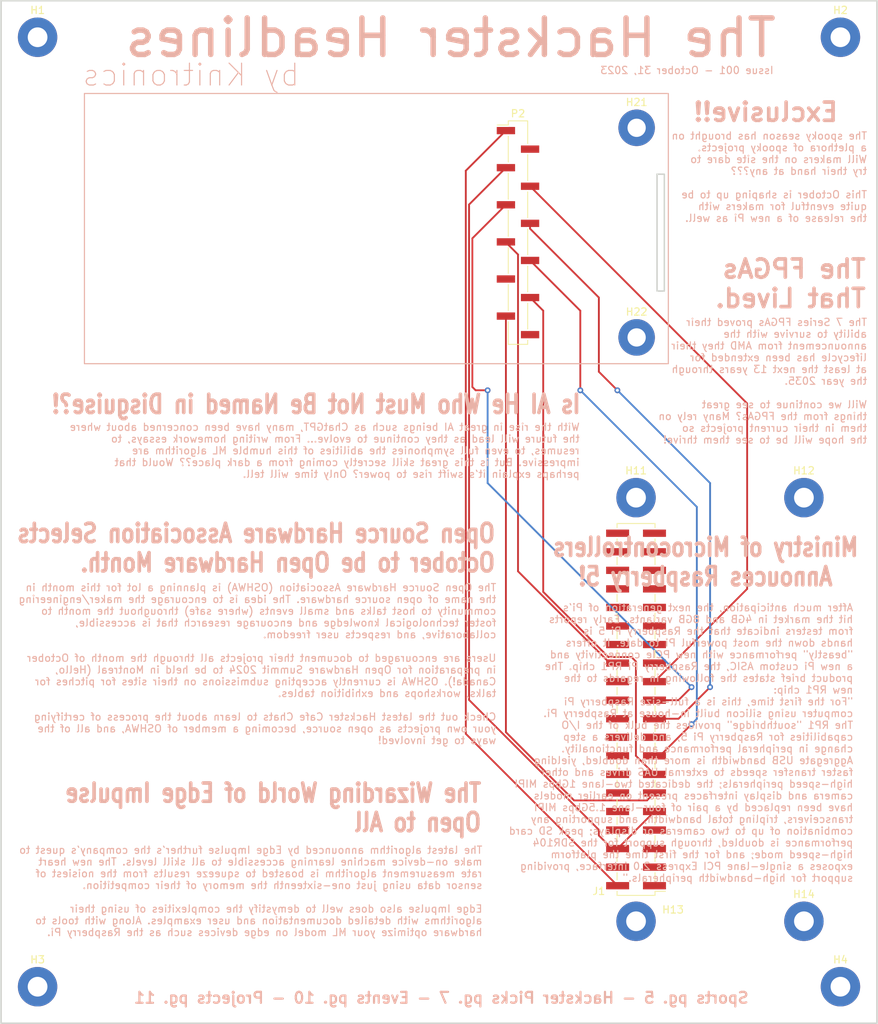
<source format=kicad_pcb>
(kicad_pcb (version 20211014) (generator pcbnew)
  (layers (0 "F.Cu" signal) (31 "B.Cu" signal) (34 "B.Paste" user) (35 "F.Paste" user) (36 "B.SilkS" user "B.Silkscreen") (37 "F.SilkS" user "F.Silkscreen") (38 "B.Mask" user) (39 "F.Mask" user) (44 "Edge.Cuts" user))
  (net 0 "")
  (net 2 "+5V")
  (net 6 "GND")
  (net 9 "BUSY")
  (net 11 "RESET")
  (net 13 "D{slash}C")
  (net 14 "MOSI")
  (net 15 "MISO")
  (net 19 "SCLK")
  (net 20 "EKCS")
  (footprint "MountingHole:MountingHole_2.7mm_M2.5_Pad" (layer "F.Cu") (at 139.78 43.1)
    (fp_text reference "H2" (at 0 -3.7) (layer "F.SilkS"))
    (fp_text value "MountingHole")
    (pad "1" thru_hole circle (at 0 0) (size 5.4 5.4) (drill 2.7) (layers *.Cu *.Mask))
  )
  (footprint "MountingHole:MountingHole_2.7mm_M2.5_Pad" (layer "F.Cu") (at 139.78 173.1)
    (fp_text reference "H4" (at 0 -3.7) (layer "F.SilkS"))
    (fp_text value "MountingHole")
    (pad "1" thru_hole circle (at 0 0) (size 5.4 5.4) (drill 2.7) (layers *.Cu *.Mask))
  )
  (footprint "MountingHole:MountingHole_2.7mm_M2.5_Pad" (layer "F.Cu") (at 29.78 43.1)
    (fp_text reference "H1" (at 0 -3.7) (layer "F.SilkS"))
    (fp_text value "MountingHole")
    (pad "1" thru_hole circle (at 0 0) (size 5.4 5.4) (drill 2.7) (layers *.Cu *.Mask))
  )
  (footprint "MountingHole:MountingHole_2.7mm_M2.5_Pad" (layer "F.Cu") (at 111.775 106.14)
    (fp_text reference "H11" (at 0 -3.7) (layer "F.SilkS"))
    (fp_text value "MountingHole")
    (pad "1" thru_hole circle (at 0 0) (size 5.4 5.4) (drill 2.7) (layers *.Cu *.Mask))
  )
  (footprint "MountingHole:MountingHole_2.5mm_Pad" (layer "F.Cu") (at 111.856 84.201)
    (fp_text reference "H22" (at 0 -3.5) (layer "F.SilkS"))
    (fp_text value "MountingHole")
    (pad "1" thru_hole circle (at 0 0) (size 5 5) (drill 2.5) (layers *.Cu *.Mask))
  )
  (footprint "Connector_PinHeader_2.54mm:PinHeader_2x20_P2.54mm_Vertical_SMD" (layer "F.Cu") (at 111.775 135.14 180)
    (fp_text reference "J1" (at 5.095 -24.88) (layer "F.SilkS"))
    (fp_text value "Raspberry_Pi_2_3")
    (fp_line (start -2.6 14.73) (end -2.6 15.75) (layer "F.SilkS") (width 0.12))
    (fp_line (start -2.6 2.03) (end -2.6 3.05) (layer "F.SilkS") (width 0.12))
    (fp_line (start -4.04 -24.89) (end -2.6 -24.89) (layer "F.SilkS") (width 0.12))
    (fp_line (start -2.6 -8.13) (end -2.6 -7.11) (layer "F.SilkS") (width 0.12))
    (fp_line (start 2.6 -3.05) (end 2.6 -2.03) (layer "F.SilkS") (width 0.12))
    (fp_line (start -2.6 9.65) (end -2.6 10.67) (layer "F.SilkS") (width 0.12))
    (fp_line (start 2.6 4.57) (end 2.6 5.59) (layer "F.SilkS") (width 0.12))
    (fp_line (start 2.6 17.27) (end 2.6 18.29) (layer "F.SilkS") (width 0.12))
    (fp_line (start 2.6 -8.13) (end 2.6 -7.11) (layer "F.SilkS") (width 0.12))
    (fp_line (start 2.6 -5.59) (end 2.6 -4.57) (layer "F.SilkS") (width 0.12))
    (fp_line (start -2.6 22.35) (end -2.6 23.37) (layer "F.SilkS") (width 0.12))
    (fp_line (start -2.6 -10.67) (end -2.6 -9.65) (layer "F.SilkS") (width 0.12))
    (fp_line (start -2.6 25.46) (end 2.6 25.46) (layer "F.SilkS") (width 0.12))
    (fp_line (start 2.6 -18.29) (end 2.6 -17.27) (layer "F.SilkS") (width 0.12))
    (fp_line (start 2.6 12.19) (end 2.6 13.21) (layer "F.SilkS") (width 0.12))
    (fp_line (start 2.6 -20.83) (end 2.6 -19.81) (layer "F.SilkS") (width 0.12))
    (fp_line (start -2.6 -3.05) (end -2.6 -2.03) (layer "F.SilkS") (width 0.12))
    (fp_line (start -2.6 17.27) (end -2.6 18.29) (layer "F.SilkS") (width 0.12))
    (fp_line (start 2.6 14.73) (end 2.6 15.75) (layer "F.SilkS") (width 0.12))
    (fp_line (start 2.6 -10.67) (end 2.6 -9.65) (layer "F.SilkS") (width 0.12))
    (fp_line (start 2.6 24.89) (end 2.6 25.46) (layer "F.SilkS") (width 0.12))
    (fp_line (start -2.6 4.57) (end -2.6 5.59) (layer "F.SilkS") (width 0.12))
    (fp_line (start 2.6 9.65) (end 2.6 10.67) (layer "F.SilkS") (width 0.12))
    (fp_line (start -2.6 12.19) (end -2.6 13.21) (layer "F.SilkS") (width 0.12))
    (fp_line (start -2.6 -15.75) (end -2.6 -14.73) (layer "F.SilkS") (width 0.12))
    (fp_line (start -2.6 -25.46) (end 2.6 -25.46) (layer "F.SilkS") (width 0.12))
    (fp_line (start -2.6 7.11) (end -2.6 8.13) (layer "F.SilkS") (width 0.12))
    (fp_line (start 2.6 -0.51) (end 2.6 0.51) (layer "F.SilkS") (width 0.12))
    (fp_line (start 2.6 -15.75) (end 2.6 -14.73) (layer "F.SilkS") (width 0.12))
    (fp_line (start -2.6 19.81) (end -2.6 20.83) (layer "F.SilkS") (width 0.12))
    (fp_line (start 2.6 -23.37) (end 2.6 -22.35) (layer "F.SilkS") (width 0.12))
    (fp_line (start 2.6 -25.46) (end 2.6 -24.89) (layer "F.SilkS") (width 0.12))
    (fp_line (start -2.6 -25.46) (end -2.6 -24.89) (layer "F.SilkS") (width 0.12))
    (fp_line (start 2.6 2.03) (end 2.6 3.05) (layer "F.SilkS") (width 0.12))
    (fp_line (start -2.6 24.89) (end -2.6 25.46) (layer "F.SilkS") (width 0.12))
    (fp_line (start -2.6 -13.21) (end -2.6 -12.19) (layer "F.SilkS") (width 0.12))
    (fp_line (start -2.6 -23.37) (end -2.6 -22.35) (layer "F.SilkS") (width 0.12))
    (fp_line (start 2.6 22.35) (end 2.6 23.37) (layer "F.SilkS") (width 0.12))
    (fp_line (start -2.6 -20.83) (end -2.6 -19.81) (layer "F.SilkS") (width 0.12))
    (fp_line (start -2.6 -5.59) (end -2.6 -4.57) (layer "F.SilkS") (width 0.12))
    (fp_line (start 2.6 7.11) (end 2.6 8.13) (layer "F.SilkS") (width 0.12))
    (fp_line (start -2.6 -0.51) (end -2.6 0.51) (layer "F.SilkS") (width 0.12))
    (fp_line (start 2.6 19.81) (end 2.6 20.83) (layer "F.SilkS") (width 0.12))
    (fp_line (start 2.6 -13.21) (end 2.6 -12.19) (layer "F.SilkS") (width 0.12))
    (fp_line (start -2.6 -18.29) (end -2.6 -17.27) (layer "F.SilkS") (width 0.12))
    (pad "1" smd rect (at -2.525 -24.13 180) (size 3.15 1) (layers "F.Cu" "F.Paste" "F.Mask"))
    (pad "2" smd rect (at 2.525 -24.13 180) (size 3.15 1) (layers "F.Cu" "F.Paste" "F.Mask") (net 2 "+5V"))
    (pad "3" smd rect (at -2.525 -21.59 180) (size 3.15 1) (layers "F.Cu" "F.Paste" "F.Mask"))
    (pad "4" smd rect (at 2.525 -21.59 180) (size 3.15 1) (layers "F.Cu" "F.Paste" "F.Mask"))
    (pad "5" smd rect (at -2.525 -19.05 180) (size 3.15 1) (layers "F.Cu" "F.Paste" "F.Mask"))
    (pad "6" smd rect (at 2.525 -19.05 180) (size 3.15 1) (layers "F.Cu" "F.Paste" "F.Mask") (net 6 "GND"))
    (pad "7" smd rect (at -2.525 -16.51 180) (size 3.15 1) (layers "F.Cu" "F.Paste" "F.Mask"))
    (pad "8" smd rect (at 2.525 -16.51 180) (size 3.15 1) (layers "F.Cu" "F.Paste" "F.Mask"))
    (pad "9" smd rect (at -2.525 -13.97 180) (size 3.15 1) (layers "F.Cu" "F.Paste" "F.Mask") (net 6 "GND"))
    (pad "10" smd rect (at 2.525 -13.97 180) (size 3.15 1) (layers "F.Cu" "F.Paste" "F.Mask"))
    (pad "11" smd rect (at -2.525 -11.43 180) (size 3.15 1) (layers "F.Cu" "F.Paste" "F.Mask") (net 9 "BUSY"))
    (pad "12" smd rect (at 2.525 -11.43 180) (size 3.15 1) (layers "F.Cu" "F.Paste" "F.Mask"))
    (pad "13" smd rect (at -2.525 -8.89 180) (size 3.15 1) (layers "F.Cu" "F.Paste" "F.Mask") (net 11 "RESET"))
    (pad "14" smd rect (at 2.525 -8.89 180) (size 3.15 1) (layers "F.Cu" "F.Paste" "F.Mask"))
    (pad "15" smd rect (at -2.525 -6.35 180) (size 3.15 1) (layers "F.Cu" "F.Paste" "F.Mask") (net 13 "D{slash}C"))
    (pad "16" smd rect (at 2.525 -6.35 180) (size 3.15 1) (layers "F.Cu" "F.Paste" "F.Mask"))
    (pad "17" smd rect (at -2.525 -3.81 180) (size 3.15 1) (layers "F.Cu" "F.Paste" "F.Mask"))
    (pad "18" smd rect (at 2.525 -3.81 180) (size 3.15 1) (layers "F.Cu" "F.Paste" "F.Mask"))
    (pad "19" smd rect (at -2.525 -1.27 180) (size 3.15 1) (layers "F.Cu" "F.Paste" "F.Mask") (net 14 "MOSI"))
    (pad "20" smd rect (at 2.525 -1.27 180) (size 3.15 1) (layers "F.Cu" "F.Paste" "F.Mask"))
    (pad "21" smd rect (at -2.525 1.27 180) (size 3.15 1) (layers "F.Cu" "F.Paste" "F.Mask") (net 15 "MISO"))
    (pad "22" smd rect (at 2.525 1.27 180) (size 3.15 1) (layers "F.Cu" "F.Paste" "F.Mask"))
    (pad "23" smd rect (at -2.525 3.81 180) (size 3.15 1) (layers "F.Cu" "F.Paste" "F.Mask") (net 19 "SCLK"))
    (pad "24" smd rect (at 2.525 3.81 180) (size 3.15 1) (layers "F.Cu" "F.Paste" "F.Mask"))
    (pad "25" smd rect (at -2.525 6.35 180) (size 3.15 1) (layers "F.Cu" "F.Paste" "F.Mask"))
    (pad "26" smd rect (at 2.525 6.35 180) (size 3.15 1) (layers "F.Cu" "F.Paste" "F.Mask") (net 20 "EKCS"))
    (pad "27" smd rect (at -2.525 8.89 180) (size 3.15 1) (layers "F.Cu" "F.Paste" "F.Mask"))
    (pad "28" smd rect (at 2.525 8.89 180) (size 3.15 1) (layers "F.Cu" "F.Paste" "F.Mask"))
    (pad "29" smd rect (at -2.525 11.43 180) (size 3.15 1) (layers "F.Cu" "F.Paste" "F.Mask"))
    (pad "30" smd rect (at 2.525 11.43 180) (size 3.15 1) (layers "F.Cu" "F.Paste" "F.Mask"))
    (pad "31" smd rect (at -2.525 13.97 180) (size 3.15 1) (layers "F.Cu" "F.Paste" "F.Mask"))
    (pad "32" smd rect (at 2.525 13.97 180) (size 3.15 1) (layers "F.Cu" "F.Paste" "F.Mask"))
    (pad "33" smd rect (at -2.525 16.51 180) (size 3.15 1) (layers "F.Cu" "F.Paste" "F.Mask"))
    (pad "34" smd rect (at 2.525 16.51 180) (size 3.15 1) (layers "F.Cu" "F.Paste" "F.Mask"))
    (pad "35" smd rect (at -2.525 19.05 180) (size 3.15 1) (layers "F.Cu" "F.Paste" "F.Mask"))
    (pad "36" smd rect (at 2.525 19.05 180) (size 3.15 1) (layers "F.Cu" "F.Paste" "F.Mask"))
    (pad "37" smd rect (at -2.525 21.59 180) (size 3.15 1) (layers "F.Cu" "F.Paste" "F.Mask"))
    (pad "38" smd rect (at 2.525 21.59 180) (size 3.15 1) (layers "F.Cu" "F.Paste" "F.Mask"))
    (pad "39" smd rect (at -2.525 24.13 180) (size 3.15 1) (layers "F.Cu" "F.Paste" "F.Mask"))
    (pad "40" smd rect (at 2.525 24.13 180) (size 3.15 1) (layers "F.Cu" "F.Paste" "F.Mask"))
  )
  (footprint "MountingHole:MountingHole_2.7mm_M2.5_Pad" (layer "F.Cu") (at 111.775 164.14)
    (fp_text reference "H13" (at 5.065 -1.58) (layer "F.SilkS"))
    (fp_text value "MountingHole")
    (pad "1" thru_hole circle (at 0 0) (size 5.4 5.4) (drill 2.7) (layers *.Cu *.Mask))
  )
  (footprint "MountingHole:MountingHole_2.7mm_M2.5_Pad" (layer "F.Cu") (at 134.775 164.14)
    (fp_text reference "H14" (at 0 -3.7) (layer "F.SilkS"))
    (fp_text value "MountingHole")
    (pad "1" thru_hole circle (at 0 0) (size 5.4 5.4) (drill 2.7) (layers *.Cu *.Mask))
  )
  (footprint "MountingHole:MountingHole_2.5mm_Pad" (layer "F.Cu") (at 111.856 55.499)
    (fp_text reference "H21" (at 0 -3.5) (layer "F.SilkS"))
    (fp_text value "MountingHole")
    (pad "1" thru_hole circle (at 0 0) (size 5 5) (drill 2.5) (layers *.Cu *.Mask))
  )
  (footprint "Connector_PinHeader_2.54mm:PinHeader_1x12_P2.54mm_Vertical_SMD_Pin1Left" (layer "F.Cu") (at 95.6 69.85)
    (fp_text reference "P2" (at 0 -16.3) (layer "F.SilkS"))
    (fp_text value "Conn_01x12_Male")
    (fp_line (start -1.33 12.19) (end -1.33 15.3) (layer "F.SilkS") (width 0.12))
    (fp_line (start -1.33 -15.3) (end -1.33 -14.73) (layer "F.SilkS") (width 0.12))
    (fp_line (start -1.33 -8.13) (end -1.33 -4.57) (layer "F.SilkS") (width 0.12))
    (fp_line (start -1.33 -3.05) (end -1.33 0.51) (layer "F.SilkS") (width 0.12))
    (fp_line (start -1.33 -14.73) (end -2.85 -14.73) (layer "F.SilkS") (width 0.12))
    (fp_line (start 1.33 9.65) (end 1.33 13.21) (layer "F.SilkS") (width 0.12))
    (fp_line (start -1.33 2.03) (end -1.33 5.59) (layer "F.SilkS") (width 0.12))
    (fp_line (start 1.33 -0.51) (end 1.33 3.05) (layer "F.SilkS") (width 0.12))
    (fp_line (start -1.33 15.3) (end 1.33 15.3) (layer "F.SilkS") (width 0.12))
    (fp_line (start -1.33 -15.3) (end 1.33 -15.3) (layer "F.SilkS") (width 0.12))
    (fp_line (start 1.33 -10.67) (end 1.33 -7.11) (layer "F.SilkS") (width 0.12))
    (fp_line (start 1.33 4.57) (end 1.33 8.13) (layer "F.SilkS") (width 0.12))
    (fp_line (start 1.33 -5.59) (end 1.33 -2.03) (layer "F.SilkS") (width 0.12))
    (fp_line (start -1.33 -13.21) (end -1.33 -9.65) (layer "F.SilkS") (width 0.12))
    (fp_line (start -1.33 7.11) (end -1.33 10.67) (layer "F.SilkS") (width 0.12))
    (fp_line (start 1.33 14.73) (end 1.33 15.3) (layer "F.SilkS") (width 0.12))
    (fp_line (start 1.33 -15.3) (end 1.33 -12.19) (layer "F.SilkS") (width 0.12))
    (pad "1" smd rect (at -1.655 -13.97) (size 2.51 1) (layers "F.Cu" "F.Paste" "F.Mask") (net 2 "+5V"))
    (pad "2" smd rect (at 1.655 -11.43) (size 2.51 1) (layers "F.Cu" "F.Paste" "F.Mask"))
    (pad "3" smd rect (at -1.655 -8.89) (size 2.51 1) (layers "F.Cu" "F.Paste" "F.Mask") (net 6 "GND"))
    (pad "4" smd rect (at 1.655 -6.35) (size 2.51 1) (layers "F.Cu" "F.Paste" "F.Mask") (net 19 "SCLK"))
    (pad "5" smd rect (at -1.655 -3.81) (size 2.51 1) (layers "F.Cu" "F.Paste" "F.Mask") (net 15 "MISO"))
    (pad "6" smd rect (at 1.655 -1.27) (size 2.51 1) (layers "F.Cu" "F.Paste" "F.Mask") (net 14 "MOSI"))
    (pad "7" smd rect (at -1.655 1.27) (size 2.51 1) (layers "F.Cu" "F.Paste" "F.Mask") (net 20 "EKCS"))
    (pad "8" smd rect (at 1.655 3.81) (size 2.51 1) (layers "F.Cu" "F.Paste" "F.Mask") (net 13 "D{slash}C"))
    (pad "9" smd rect (at -1.655 6.35) (size 2.51 1) (layers "F.Cu" "F.Paste" "F.Mask"))
    (pad "10" smd rect (at 1.655 8.89) (size 2.51 1) (layers "F.Cu" "F.Paste" "F.Mask") (net 11 "RESET"))
    (pad "11" smd rect (at -1.655 11.43) (size 2.51 1) (layers "F.Cu" "F.Paste" "F.Mask") (net 9 "BUSY"))
    (pad "12" smd rect (at 1.655 13.97) (size 2.51 1) (layers "F.Cu" "F.Paste" "F.Mask"))
  )
  (footprint "MountingHole:MountingHole_2.7mm_M2.5_Pad" (layer "F.Cu") (at 134.775 106.14)
    (fp_text reference "H12" (at 0 -3.7) (layer "F.SilkS"))
    (fp_text value "MountingHole")
    (pad "1" thru_hole circle (at 0 0) (size 5.4 5.4) (drill 2.7) (layers *.Cu *.Mask))
  )
  (footprint "MountingHole:MountingHole_2.7mm_M2.5_Pad" (layer "F.Cu") (at 29.78 173.1)
    (fp_text reference "H3" (at 0 -3.7) (layer "F.SilkS"))
    (fp_text value "MountingHole")
    (pad "1" thru_hole circle (at 0 0) (size 5.4 5.4) (drill 2.7) (layers *.Cu *.Mask))
  )
  (gr_rect (start 36.2 50.8) (end 116.2 87.8) (layer "B.SilkS") (width 0.15) (fill none))
  (gr_rect (start 114.65 61.85) (end 115.65 77.85) (layer "Edge.Cuts") (width 0.2) (fill none))
  (gr_rect (start 24.78 38.1) (end 144.78 178.1) (layer "Edge.Cuts") (width 0.2) (fill none))
  (gr_text "The latest algorithm announced by Edge Impulse further's the company's quest to \nmake on-device machine learning accessible to all skill levels. The new heart \nrate measurement algorithm is boasted to squeeze results from the noisiest of \nsensor data using just one-sixteenth the memory of their competition. \n\nEdge Impulse also does well to demystify the complexities of using their \nalgorithms with detailed documentation and user examples. Along with tools to \nhardware optimize your ML model on edge devices such as the Raspberry Pi. " (at 90.805 160.02) (layer "B.SilkS") (effects (font (size 1 1)) (justify left mirror)))
  (gr_text "Open Source Hardware Association Selects \nOctober to be Open Hardware Month." (at 92.71 113.03) (layer "B.SilkS") (effects (font (size 2.5 2) (thickness 0.5)) (justify left mirror)))
  (gr_text "Sports pg. 5 - Hackster Picks pg. 7 - Events pg. 10 - Projects pg. 11" (at 85.09 174.625) (layer "B.SilkS") (effects (font (size 1.5 1.5) (thickness 0.3)) (justify mirror)))
  (gr_text "After much anticipation, the next generation of Pi's \nhit the market in 4GB and 8GB variants. Early reports \nfrom testers indicate that the Raspberry Pi 5 is \nhands down the most powerful Pi to date. It offers \n{dblquote}beastly{dblquote} performance with new PCIe connectivity and \na new Pi custom ASIC, the Raspberry Pi RP1 chip. The \nproduct brief states the following in regards to the \nnew RP1 chip:\n{dblquote}For the first time, this is a full-size Raspberry Pi \ncomputer using silicon built in-house at Raspberry Pi. \nThe RP1 {dblquote}southbridge{dblquote} provides the bulk of the I/O \ncapabilities for Raspberry Pi 5, and delivers a step \nchange in peripheral performance and functionality. \nAggregate USB bandwidth is more than doubled, yielding \nfaster transfer speeds to external UAS drives and other \nhigh-speed peripherals; the dedicated two-lane 1Gbps MIPI \ncamera and display interfaces present on earlier models \nhave been replaced by a pair of four-lane 1.5Gbps MIPI \ntransceivers, tripling total bandwidth, and supporting any \ncombination of up to two cameras or displays; peak SD card \nperformance is doubled, through support for the SDR104 \nhigh-speed mode; and for the first time the platform \nexposes a single-lane PCI Express 2.0 interface, providing \nsupport for high-bandwidth peripherals.{dblquote}" (at 141.605 139.7) (layer "B.SilkS") (effects (font (size 1 1)) (justify left mirror)))
  (gr_text "The Wizarding World of Edge Impulse \nOpen to All" (at 90.805 148.59) (layer "B.SilkS") (effects (font (size 2.5 2) (thickness 0.5)) (justify left mirror)))
  (gr_text "The FPGAs \nThat Lived." (at 143.51 76.835) (layer "B.SilkS") (effects (font (size 2.5 2.5) (thickness 0.5)) (justify left mirror)))
  (gr_text "Is AI He Who Must Not Be Named in Disguise?!" (at 67.945 93.345) (layer "B.SilkS") (effects (font (size 2.5 2) (thickness 0.5)) (justify mirror)))
  (gr_text "Issue 001 - October 31, 2023" (at 118.745 47.625) (layer "B.SilkS") (effects (font (size 1 1)) (justify mirror)))
  (gr_text "by Knitronics" (at 50.8 48.26) (layer "B.SilkS") (effects (font (size 3 3)) (justify mirror)))
  (gr_text "Ministry of Microcontrollers\nAnnouces Raspberry 5!" (at 121.285 114.935) (layer "B.SilkS") (effects (font (size 2.5 2) (thickness 0.5)) (justify mirror)))
  (gr_text "With the rise in great AI beings such as ChatGPT, many have been concerned about where \nthe future will lead as they continue to evolve... From writing homework essays, to \nresumes, to even full symphonies the abilities of this humble ML algorithm are \nimpressive. But is this great skill secretly coming from a dark place?? Would that \nperhaps explain it's swift rise to power? Only time will tell." (at 104.14 99.695) (layer "B.SilkS") (effects (font (size 1 1)) (justify left mirror)))
  (gr_text "Exclusive!!" (at 129.54 53.34) (layer "B.SilkS") (effects (font (size 2.5 2.5) (thickness 0.5)) (justify mirror)))
  (gr_text "The 7 Series FPGAs proved their \nability to survive with the \nannouncement from AMD they their \nlifecycle has been extended for \nat least the next 13 years through \nthe year 2035.  \n\nWill we continue to see great \nthings from the FPGAs? Many rely on \nthem in their current projects so \nthe hope will be to see them thrive!" (at 143.51 90.17) (layer "B.SilkS") (effects (font (size 1 1)) (justify left mirror)))
  (gr_text "The Hackster Headlines" (at 86.36 43.18) (layer "B.SilkS") (effects (font (size 5 5) (thickness 0.75)) (justify mirror)))
  (gr_text "The Open Source Hardware Association (OSHWA) is planning a lot for this month in \nthe name of open source hardware. The idea is to encourage the maker/engineering \ncommunity to host talks and small events (where safe) throughout the month to \nfoster technological knowledge and encourage research that is accessible, \ncollaborative, and respects user freedom.\n\nUsers are encouraged to document their projects all through the month of October \nin preparation for Open Hardware Summit 2024 to be held in Montreal (Hello, \nCanada!). OSHWA is currently accepting submissions on their sites for pitches for \ntalks, workshops and exhibition tables.\n\nCheck out the latest Hackster Cafe Chats to learn about the process of certifying \nyour own projects as open source, becoming a member of OSHWA, and all of the \nways to get involved!" (at 92.71 128.905) (layer "B.SilkS") (effects (font (size 1 1)) (justify left mirror)))
  (gr_text "The spooky season has brought on \na plethora of spooky projects. \nWill makers on the site dare to \ntry their hand at any??? \n\nThis October is shaping up to be \nquite eventful for makers with \nthe release of a new Pi as well." (at 143.51 62.23) (layer "B.SilkS") (effects (font (size 1 1)) (justify left mirror)))
  (segment (start 93.945 55.88) (end 88.45 61.375) (width 0.25) (layer "F.Cu") (net 2))
  (segment (start 88.45 138.47) (end 109.25 159.27) (width 0.25) (layer "F.Cu") (net 2))
  (segment (start 88.45 61.375) (end 88.45 138.47) (width 0.25) (layer "F.Cu") (net 2))
  (segment (start 93.945 60.96) (end 88.9 66.005) (width 0.25) (layer "F.Cu") (net 6))
  (segment (start 106.68 152.4) (end 108.47 154.19) (width 0.25) (layer "F.Cu") (net 6))
  (segment (start 108.47 154.19) (end 109.25 154.19) (width 0.25) (layer "F.Cu") (net 6))
  (segment (start 106.68 151.62) (end 106.68 152.4) (width 0.25) (layer "F.Cu") (net 6))
  (segment (start 88.9 133.84) (end 106.68 151.62) (width 0.25) (layer "F.Cu") (net 6))
  (segment (start 111.76 151.65) (end 114.3 149.11) (width 0.25) (layer "F.Cu") (net 6))
  (segment (start 109.25 154.19) (end 111.76 151.68) (width 0.25) (layer "F.Cu") (net 6))
  (segment (start 88.9 66.005) (end 88.9 133.84) (width 0.25) (layer "F.Cu") (net 6))
  (segment (start 111.76 151.68) (end 111.76 151.65) (width 0.25) (layer "F.Cu") (net 6))
  (segment (start 113.275 147.595) (end 114.3 146.57) (width 0.25) (layer "F.Cu") (net 9))
  (segment (start 93.945 138.248604) (end 103.291396 147.595) (width 0.25) (layer "F.Cu") (net 9))
  (segment (start 103.291396 147.595) (end 113.275 147.595) (width 0.25) (layer "F.Cu") (net 9))
  (segment (start 93.945 81.28) (end 93.945 138.248604) (width 0.25) (layer "F.Cu") (net 9))
  (segment (start 107.986396 127.965) (end 99.06 119.038604) (width 0.25) (layer "F.Cu") (net 11))
  (segment (start 99.06 80.545) (end 97.255 78.74) (width 0.25) (layer "F.Cu") (net 11))
  (segment (start 114.3 144.03) (end 111.76 141.49) (width 0.25) (layer "F.Cu") (net 11))
  (segment (start 111.76 128.575) (end 111.15 127.965) (width 0.25) (layer "F.Cu") (net 11))
  (segment (start 111.76 141.49) (end 111.76 128.575) (width 0.25) (layer "F.Cu") (net 11))
  (segment (start 111.15 127.965) (end 107.986396 127.965) (width 0.25) (layer "F.Cu") (net 11))
  (segment (start 99.06 119.038604) (end 99.06 80.545) (width 0.25) (layer "F.Cu") (net 11))
  (segment (start 97.255 73.66) (end 104.14 80.545) (width 0.25) (layer "F.Cu") (net 13))
  (segment (start 119.38 137.16) (end 115.05 141.49) (width 0.25) (layer "F.Cu") (net 13))
  (segment (start 104.14 80.545) (end 104.14 91.44) (width 0.25) (layer "F.Cu") (net 13))
  (segment (start 115.05 141.49) (end 114.3 141.49) (width 0.25) (layer "F.Cu") (net 13))
  (via (at 119.38 137.16) (size 0.8) (drill 0.4) (layers "F.Cu" "B.Cu") (net 13))
  (via (at 104.14 91.44) (size 0.8) (drill 0.4) (layers "F.Cu" "B.Cu") (net 13))
  (segment (start 120.105 136.435) (end 119.38 137.16) (width 0.25) (layer "B.Cu") (net 13))
  (segment (start 104.14 91.44) (end 120.105 107.405) (width 0.25) (layer "B.Cu") (net 13))
  (segment (start 120.105 107.405) (end 120.105 136.435) (width 0.25) (layer "B.Cu") (net 13))
  (segment (start 117.59 136.41) (end 114.3 136.41) (width 0.25) (layer "F.Cu") (net 14))
  (segment (start 97.255 68.58) (end 97.255 69.315) (width 0.25) (layer "F.Cu") (net 14))
  (segment (start 106.68 88.9) (end 109.22 91.44) (width 0.25) (layer "F.Cu") (net 14))
  (segment (start 106.68 78.74) (end 106.68 88.9) (width 0.25) (layer "F.Cu") (net 14))
  (segment (start 121.92 132.08) (end 117.59 136.41) (width 0.25) (layer "F.Cu") (net 14))
  (segment (start 97.255 69.315) (end 106.68 78.74) (width 0.25) (layer "F.Cu") (net 14))
  (via (at 121.92 132.08) (size 0.8) (drill 0.4) (layers "F.Cu" "B.Cu") (net 14))
  (via (at 109.22 91.44) (size 0.8) (drill 0.4) (layers "F.Cu" "B.Cu") (net 14))
  (segment (start 109.22 91.44) (end 121.92 104.14) (width 0.25) (layer "B.Cu") (net 14))
  (segment (start 121.92 104.14) (end 121.92 132.08) (width 0.25) (layer "B.Cu") (net 14))
  (segment (start 89.35 70.635) (end 89.35 90.99) (width 0.25) (layer "F.Cu") (net 15))
  (segment (start 93.945 66.04) (end 89.35 70.635) (width 0.25) (layer "F.Cu") (net 15))
  (segment (start 89.35 90.99) (end 89.8 91.44) (width 0.25) (layer "F.Cu") (net 15))
  (segment (start 119.38 132.08) (end 117.59 133.87) (width 0.25) (layer "F.Cu") (net 15))
  (segment (start 89.8 91.44) (end 91.44 91.44) (width 0.25) (layer "F.Cu") (net 15))
  (segment (start 117.59 133.87) (end 114.3 133.87) (width 0.25) (layer "F.Cu") (net 15))
  (via (at 119.38 132.08) (size 0.8) (drill 0.4) (layers "F.Cu" "B.Cu") (net 15))
  (via (at 91.44 91.44) (size 0.8) (drill 0.4) (layers "F.Cu" "B.Cu") (net 15))
  (segment (start 91.44 91.44) (end 91.44 104.14) (width 0.25) (layer "B.Cu") (net 15))
  (segment (start 91.44 104.14) (end 119.38 132.08) (width 0.25) (layer "B.Cu") (net 15))
  (segment (start 127 118.63) (end 114.3 131.33) (width 0.25) (layer "F.Cu") (net 19))
  (segment (start 127 93.245) (end 127 118.63) (width 0.25) (layer "F.Cu") (net 19))
  (segment (start 97.255 63.5) (end 127 93.245) (width 0.25) (layer "F.Cu") (net 19))
  (segment (start 95.605 116.22) (end 95.605 72.85) (width 0.25) (layer "F.Cu") (net 20))
  (segment (start 108.175 128.79) (end 95.605 116.22) (width 0.25) (layer "F.Cu") (net 20))
  (segment (start 109.25 128.79) (end 108.175 128.79) (width 0.25) (layer "F.Cu") (net 20))
  (segment (start 95.605 72.85) (end 93.945 71.19) (width 0.25) (layer "F.Cu") (net 20))
  (segment (start 93.945 71.19) (end 93.945 71.12) (width 0.25) (layer "F.Cu") (net 20))
)
</source>
